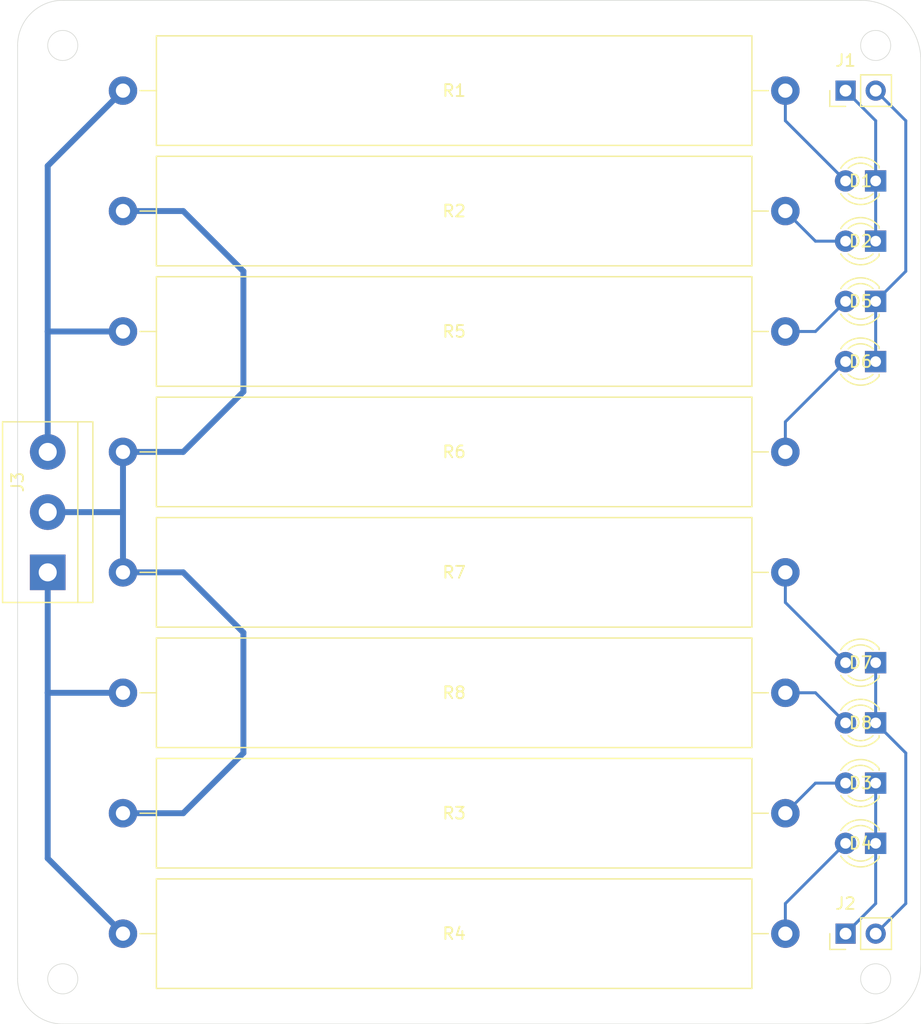
<source format=kicad_pcb>
(kicad_pcb (version 20171130) (host pcbnew "(5.1.4)-1")

  (general
    (thickness 1.6)
    (drawings 12)
    (tracks 52)
    (zones 0)
    (modules 19)
    (nets 16)
  )

  (page A4)
  (layers
    (0 F.Cu signal)
    (31 B.Cu signal)
    (32 B.Adhes user)
    (33 F.Adhes user)
    (34 B.Paste user)
    (35 F.Paste user)
    (36 B.SilkS user)
    (37 F.SilkS user)
    (38 B.Mask user)
    (39 F.Mask user)
    (40 Dwgs.User user)
    (41 Cmts.User user)
    (42 Eco1.User user)
    (43 Eco2.User user)
    (44 Edge.Cuts user)
    (45 Margin user)
    (46 B.CrtYd user)
    (47 F.CrtYd user)
    (48 B.Fab user)
    (49 F.Fab user)
  )

  (setup
    (last_trace_width 0.25)
    (user_trace_width 0.5)
    (user_trace_width 1)
    (user_trace_width 2)
    (trace_clearance 0.2)
    (zone_clearance 0.508)
    (zone_45_only no)
    (trace_min 0.2)
    (via_size 0.8)
    (via_drill 0.4)
    (via_min_size 0.4)
    (via_min_drill 0.3)
    (uvia_size 0.3)
    (uvia_drill 0.1)
    (uvias_allowed no)
    (uvia_min_size 0.2)
    (uvia_min_drill 0.1)
    (edge_width 0.05)
    (segment_width 0.2)
    (pcb_text_width 0.3)
    (pcb_text_size 1.5 1.5)
    (mod_edge_width 0.12)
    (mod_text_size 1 1)
    (mod_text_width 0.15)
    (pad_size 3 3)
    (pad_drill 1.52)
    (pad_to_mask_clearance 0.051)
    (solder_mask_min_width 0.25)
    (aux_axis_origin 0 0)
    (visible_elements 7FFFFFFF)
    (pcbplotparams
      (layerselection 0x010fc_ffffffff)
      (usegerberextensions false)
      (usegerberattributes false)
      (usegerberadvancedattributes false)
      (creategerberjobfile false)
      (excludeedgelayer true)
      (linewidth 0.100000)
      (plotframeref false)
      (viasonmask false)
      (mode 1)
      (useauxorigin false)
      (hpglpennumber 1)
      (hpglpenspeed 20)
      (hpglpendiameter 15.000000)
      (psnegative false)
      (psa4output false)
      (plotreference true)
      (plotvalue true)
      (plotinvisibletext false)
      (padsonsilk false)
      (subtractmaskfromsilk false)
      (outputformat 1)
      (mirror false)
      (drillshape 1)
      (scaleselection 1)
      (outputdirectory ""))
  )

  (net 0 "")
  (net 1 GND)
  (net 2 "Net-(D5-Pad2)")
  (net 3 "Net-(D6-Pad2)")
  (net 4 "Net-(D7-Pad2)")
  (net 5 "Net-(D8-Pad2)")
  (net 6 "Net-(D5-Pad1)")
  (net 7 "Net-(D7-Pad1)")
  (net 8 -VDC)
  (net 9 +VDC)
  (net 10 "Net-(D1-Pad2)")
  (net 11 "Net-(D1-Pad1)")
  (net 12 "Net-(D2-Pad2)")
  (net 13 "Net-(D3-Pad2)")
  (net 14 "Net-(D3-Pad1)")
  (net 15 "Net-(D4-Pad2)")

  (net_class Default "This is the default net class."
    (clearance 0.2)
    (trace_width 0.25)
    (via_dia 0.8)
    (via_drill 0.4)
    (uvia_dia 0.3)
    (uvia_drill 0.1)
    (add_net +VDC)
    (add_net -VDC)
    (add_net GND)
    (add_net "Net-(D1-Pad1)")
    (add_net "Net-(D1-Pad2)")
    (add_net "Net-(D2-Pad2)")
    (add_net "Net-(D3-Pad1)")
    (add_net "Net-(D3-Pad2)")
    (add_net "Net-(D4-Pad2)")
    (add_net "Net-(D5-Pad1)")
    (add_net "Net-(D5-Pad2)")
    (add_net "Net-(D6-Pad2)")
    (add_net "Net-(D7-Pad1)")
    (add_net "Net-(D7-Pad2)")
    (add_net "Net-(D8-Pad2)")
  )

  (module LED_THT:LED_D3.0mm_FlatTop (layer F.Cu) (tedit 5880A862) (tstamp 5DEC551B)
    (at 124.46 114.3 180)
    (descr "LED, Round, FlatTop, diameter 3.0mm, 2 pins, http://www.kingbright.com/attachments/file/psearch/000/00/00/L-47XEC(Ver.9A).pdf")
    (tags "LED Round FlatTop diameter 3.0mm 2 pins")
    (path /5DD01B39)
    (fp_text reference D8 (at 1.27 0) (layer F.SilkS)
      (effects (font (size 1 1) (thickness 0.15)))
    )
    (fp_text value LED (at 1.27 1.5) (layer F.Fab)
      (effects (font (size 1 1) (thickness 0.15)))
    )
    (fp_line (start 3.7 -2.25) (end -1.15 -2.25) (layer F.CrtYd) (width 0.05))
    (fp_line (start 3.7 2.25) (end 3.7 -2.25) (layer F.CrtYd) (width 0.05))
    (fp_line (start -1.15 2.25) (end 3.7 2.25) (layer F.CrtYd) (width 0.05))
    (fp_line (start -1.15 -2.25) (end -1.15 2.25) (layer F.CrtYd) (width 0.05))
    (fp_line (start -0.29 1.08) (end -0.29 1.236) (layer F.SilkS) (width 0.12))
    (fp_line (start -0.29 -1.236) (end -0.29 -1.08) (layer F.SilkS) (width 0.12))
    (fp_line (start -0.23 -1.16619) (end -0.23 1.16619) (layer F.Fab) (width 0.1))
    (fp_circle (center 1.27 0) (end 2.77 0) (layer F.Fab) (width 0.1))
    (fp_arc (start 1.27 0) (end 0.229039 1.08) (angle -87.9) (layer F.SilkS) (width 0.12))
    (fp_arc (start 1.27 0) (end 0.229039 -1.08) (angle 87.9) (layer F.SilkS) (width 0.12))
    (fp_arc (start 1.27 0) (end -0.29 1.235516) (angle -108.8) (layer F.SilkS) (width 0.12))
    (fp_arc (start 1.27 0) (end -0.29 -1.235516) (angle 108.8) (layer F.SilkS) (width 0.12))
    (fp_arc (start 1.27 0) (end -0.23 -1.16619) (angle 284.3) (layer F.Fab) (width 0.1))
    (pad 2 thru_hole circle (at 2.54 0 180) (size 1.8 1.8) (drill 0.9) (layers *.Cu *.Mask)
      (net 5 "Net-(D8-Pad2)"))
    (pad 1 thru_hole rect (at 0 0 180) (size 1.8 1.8) (drill 0.9) (layers *.Cu *.Mask)
      (net 7 "Net-(D7-Pad1)"))
    (model ${KISYS3DMOD}/LED_THT.3dshapes/LED_D3.0mm_FlatTop.wrl
      (at (xyz 0 0 0))
      (scale (xyz 1 1 1))
      (rotate (xyz 0 0 0))
    )
  )

  (module LED_THT:LED_D3.0mm_FlatTop (layer F.Cu) (tedit 5880A862) (tstamp 5DEC5508)
    (at 124.46 109.22 180)
    (descr "LED, Round, FlatTop, diameter 3.0mm, 2 pins, http://www.kingbright.com/attachments/file/psearch/000/00/00/L-47XEC(Ver.9A).pdf")
    (tags "LED Round FlatTop diameter 3.0mm 2 pins")
    (path /5DD01587)
    (fp_text reference D7 (at 1.27 0) (layer F.SilkS)
      (effects (font (size 1 1) (thickness 0.15)))
    )
    (fp_text value LED (at 1.27 1.5) (layer F.Fab)
      (effects (font (size 1 1) (thickness 0.15)))
    )
    (fp_arc (start 1.27 0) (end -0.23 -1.16619) (angle 284.3) (layer F.Fab) (width 0.1))
    (fp_arc (start 1.27 0) (end -0.29 -1.235516) (angle 108.8) (layer F.SilkS) (width 0.12))
    (fp_arc (start 1.27 0) (end -0.29 1.235516) (angle -108.8) (layer F.SilkS) (width 0.12))
    (fp_arc (start 1.27 0) (end 0.229039 -1.08) (angle 87.9) (layer F.SilkS) (width 0.12))
    (fp_arc (start 1.27 0) (end 0.229039 1.08) (angle -87.9) (layer F.SilkS) (width 0.12))
    (fp_circle (center 1.27 0) (end 2.77 0) (layer F.Fab) (width 0.1))
    (fp_line (start -0.23 -1.16619) (end -0.23 1.16619) (layer F.Fab) (width 0.1))
    (fp_line (start -0.29 -1.236) (end -0.29 -1.08) (layer F.SilkS) (width 0.12))
    (fp_line (start -0.29 1.08) (end -0.29 1.236) (layer F.SilkS) (width 0.12))
    (fp_line (start -1.15 -2.25) (end -1.15 2.25) (layer F.CrtYd) (width 0.05))
    (fp_line (start -1.15 2.25) (end 3.7 2.25) (layer F.CrtYd) (width 0.05))
    (fp_line (start 3.7 2.25) (end 3.7 -2.25) (layer F.CrtYd) (width 0.05))
    (fp_line (start 3.7 -2.25) (end -1.15 -2.25) (layer F.CrtYd) (width 0.05))
    (pad 1 thru_hole rect (at 0 0 180) (size 1.8 1.8) (drill 0.9) (layers *.Cu *.Mask)
      (net 7 "Net-(D7-Pad1)"))
    (pad 2 thru_hole circle (at 2.54 0 180) (size 1.8 1.8) (drill 0.9) (layers *.Cu *.Mask)
      (net 4 "Net-(D7-Pad2)"))
    (model ${KISYS3DMOD}/LED_THT.3dshapes/LED_D3.0mm_FlatTop.wrl
      (at (xyz 0 0 0))
      (scale (xyz 1 1 1))
      (rotate (xyz 0 0 0))
    )
  )

  (module LED_THT:LED_D3.0mm_FlatTop (layer F.Cu) (tedit 5880A862) (tstamp 5DEC54F5)
    (at 124.46 83.82 180)
    (descr "LED, Round, FlatTop, diameter 3.0mm, 2 pins, http://www.kingbright.com/attachments/file/psearch/000/00/00/L-47XEC(Ver.9A).pdf")
    (tags "LED Round FlatTop diameter 3.0mm 2 pins")
    (path /5DD01268)
    (fp_text reference D6 (at 1.27 0) (layer F.SilkS)
      (effects (font (size 1 1) (thickness 0.15)))
    )
    (fp_text value LED (at 1.27 1.27) (layer F.Fab)
      (effects (font (size 1 1) (thickness 0.15)))
    )
    (fp_line (start 3.7 -2.25) (end -1.15 -2.25) (layer F.CrtYd) (width 0.05))
    (fp_line (start 3.7 2.25) (end 3.7 -2.25) (layer F.CrtYd) (width 0.05))
    (fp_line (start -1.15 2.25) (end 3.7 2.25) (layer F.CrtYd) (width 0.05))
    (fp_line (start -1.15 -2.25) (end -1.15 2.25) (layer F.CrtYd) (width 0.05))
    (fp_line (start -0.29 1.08) (end -0.29 1.236) (layer F.SilkS) (width 0.12))
    (fp_line (start -0.29 -1.236) (end -0.29 -1.08) (layer F.SilkS) (width 0.12))
    (fp_line (start -0.23 -1.16619) (end -0.23 1.16619) (layer F.Fab) (width 0.1))
    (fp_circle (center 1.27 0) (end 2.77 0) (layer F.Fab) (width 0.1))
    (fp_arc (start 1.27 0) (end 0.229039 1.08) (angle -87.9) (layer F.SilkS) (width 0.12))
    (fp_arc (start 1.27 0) (end 0.229039 -1.08) (angle 87.9) (layer F.SilkS) (width 0.12))
    (fp_arc (start 1.27 0) (end -0.29 1.235516) (angle -108.8) (layer F.SilkS) (width 0.12))
    (fp_arc (start 1.27 0) (end -0.29 -1.235516) (angle 108.8) (layer F.SilkS) (width 0.12))
    (fp_arc (start 1.27 0) (end -0.23 -1.16619) (angle 284.3) (layer F.Fab) (width 0.1))
    (pad 2 thru_hole circle (at 2.54 0 180) (size 1.8 1.8) (drill 0.9) (layers *.Cu *.Mask)
      (net 3 "Net-(D6-Pad2)"))
    (pad 1 thru_hole rect (at 0 0 180) (size 1.8 1.8) (drill 0.9) (layers *.Cu *.Mask)
      (net 6 "Net-(D5-Pad1)"))
    (model ${KISYS3DMOD}/LED_THT.3dshapes/LED_D3.0mm_FlatTop.wrl
      (at (xyz 0 0 0))
      (scale (xyz 1 1 1))
      (rotate (xyz 0 0 0))
    )
  )

  (module LED_THT:LED_D3.0mm_FlatTop (layer F.Cu) (tedit 5880A862) (tstamp 5DEC54E2)
    (at 124.46 78.74 180)
    (descr "LED, Round, FlatTop, diameter 3.0mm, 2 pins, http://www.kingbright.com/attachments/file/psearch/000/00/00/L-47XEC(Ver.9A).pdf")
    (tags "LED Round FlatTop diameter 3.0mm 2 pins")
    (path /5DD00DA5)
    (fp_text reference D5 (at 1.27 0) (layer F.SilkS)
      (effects (font (size 1 1) (thickness 0.15)))
    )
    (fp_text value LED (at 1.27 1.5) (layer F.Fab)
      (effects (font (size 1 1) (thickness 0.15)))
    )
    (fp_line (start 3.7 -2.25) (end -1.15 -2.25) (layer F.CrtYd) (width 0.05))
    (fp_line (start 3.7 2.25) (end 3.7 -2.25) (layer F.CrtYd) (width 0.05))
    (fp_line (start -1.15 2.25) (end 3.7 2.25) (layer F.CrtYd) (width 0.05))
    (fp_line (start -1.15 -2.25) (end -1.15 2.25) (layer F.CrtYd) (width 0.05))
    (fp_line (start -0.29 1.08) (end -0.29 1.236) (layer F.SilkS) (width 0.12))
    (fp_line (start -0.29 -1.236) (end -0.29 -1.08) (layer F.SilkS) (width 0.12))
    (fp_line (start -0.23 -1.16619) (end -0.23 1.16619) (layer F.Fab) (width 0.1))
    (fp_circle (center 1.27 0) (end 2.77 0) (layer F.Fab) (width 0.1))
    (fp_arc (start 1.27 0) (end 0.229039 1.08) (angle -87.9) (layer F.SilkS) (width 0.12))
    (fp_arc (start 1.27 0) (end 0.229039 -1.08) (angle 87.9) (layer F.SilkS) (width 0.12))
    (fp_arc (start 1.27 0) (end -0.29 1.235516) (angle -108.8) (layer F.SilkS) (width 0.12))
    (fp_arc (start 1.27 0) (end -0.29 -1.235516) (angle 108.8) (layer F.SilkS) (width 0.12))
    (fp_arc (start 1.27 0) (end -0.23 -1.16619) (angle 284.3) (layer F.Fab) (width 0.1))
    (pad 2 thru_hole circle (at 2.54 0 180) (size 1.8 1.8) (drill 0.9) (layers *.Cu *.Mask)
      (net 2 "Net-(D5-Pad2)"))
    (pad 1 thru_hole rect (at 0 0 180) (size 1.8 1.8) (drill 0.9) (layers *.Cu *.Mask)
      (net 6 "Net-(D5-Pad1)"))
    (model ${KISYS3DMOD}/LED_THT.3dshapes/LED_D3.0mm_FlatTop.wrl
      (at (xyz 0 0 0))
      (scale (xyz 1 1 1))
      (rotate (xyz 0 0 0))
    )
  )

  (module LED_THT:LED_D3.0mm_FlatTop (layer F.Cu) (tedit 5880A862) (tstamp 5DEC54CF)
    (at 124.46 124.46 180)
    (descr "LED, Round, FlatTop, diameter 3.0mm, 2 pins, http://www.kingbright.com/attachments/file/psearch/000/00/00/L-47XEC(Ver.9A).pdf")
    (tags "LED Round FlatTop diameter 3.0mm 2 pins")
    (path /5DD00B86)
    (fp_text reference D4 (at 1.27 0) (layer F.SilkS)
      (effects (font (size 1 1) (thickness 0.15)))
    )
    (fp_text value LED (at 1.27 1.5) (layer F.Fab)
      (effects (font (size 1 1) (thickness 0.15)))
    )
    (fp_line (start 3.7 -2.25) (end -1.15 -2.25) (layer F.CrtYd) (width 0.05))
    (fp_line (start 3.7 2.25) (end 3.7 -2.25) (layer F.CrtYd) (width 0.05))
    (fp_line (start -1.15 2.25) (end 3.7 2.25) (layer F.CrtYd) (width 0.05))
    (fp_line (start -1.15 -2.25) (end -1.15 2.25) (layer F.CrtYd) (width 0.05))
    (fp_line (start -0.29 1.08) (end -0.29 1.236) (layer F.SilkS) (width 0.12))
    (fp_line (start -0.29 -1.236) (end -0.29 -1.08) (layer F.SilkS) (width 0.12))
    (fp_line (start -0.23 -1.16619) (end -0.23 1.16619) (layer F.Fab) (width 0.1))
    (fp_circle (center 1.27 0) (end 2.77 0) (layer F.Fab) (width 0.1))
    (fp_arc (start 1.27 0) (end 0.229039 1.08) (angle -87.9) (layer F.SilkS) (width 0.12))
    (fp_arc (start 1.27 0) (end 0.229039 -1.08) (angle 87.9) (layer F.SilkS) (width 0.12))
    (fp_arc (start 1.27 0) (end -0.29 1.235516) (angle -108.8) (layer F.SilkS) (width 0.12))
    (fp_arc (start 1.27 0) (end -0.29 -1.235516) (angle 108.8) (layer F.SilkS) (width 0.12))
    (fp_arc (start 1.27 0) (end -0.23 -1.16619) (angle 284.3) (layer F.Fab) (width 0.1))
    (pad 2 thru_hole circle (at 2.54 0 180) (size 1.8 1.8) (drill 0.9) (layers *.Cu *.Mask)
      (net 15 "Net-(D4-Pad2)"))
    (pad 1 thru_hole rect (at 0 0 180) (size 1.8 1.8) (drill 0.9) (layers *.Cu *.Mask)
      (net 14 "Net-(D3-Pad1)"))
    (model ${KISYS3DMOD}/LED_THT.3dshapes/LED_D3.0mm_FlatTop.wrl
      (at (xyz 0 0 0))
      (scale (xyz 1 1 1))
      (rotate (xyz 0 0 0))
    )
  )

  (module LED_THT:LED_D3.0mm_FlatTop (layer F.Cu) (tedit 5880A862) (tstamp 5DEC54BC)
    (at 124.46 119.38 180)
    (descr "LED, Round, FlatTop, diameter 3.0mm, 2 pins, http://www.kingbright.com/attachments/file/psearch/000/00/00/L-47XEC(Ver.9A).pdf")
    (tags "LED Round FlatTop diameter 3.0mm 2 pins")
    (path /5DD0097D)
    (fp_text reference D3 (at 1.27 0) (layer F.SilkS)
      (effects (font (size 1 1) (thickness 0.15)))
    )
    (fp_text value LED (at 1.27 1.5) (layer F.Fab)
      (effects (font (size 1 1) (thickness 0.15)))
    )
    (fp_line (start 3.7 -2.25) (end -1.15 -2.25) (layer F.CrtYd) (width 0.05))
    (fp_line (start 3.7 2.25) (end 3.7 -2.25) (layer F.CrtYd) (width 0.05))
    (fp_line (start -1.15 2.25) (end 3.7 2.25) (layer F.CrtYd) (width 0.05))
    (fp_line (start -1.15 -2.25) (end -1.15 2.25) (layer F.CrtYd) (width 0.05))
    (fp_line (start -0.29 1.08) (end -0.29 1.236) (layer F.SilkS) (width 0.12))
    (fp_line (start -0.29 -1.236) (end -0.29 -1.08) (layer F.SilkS) (width 0.12))
    (fp_line (start -0.23 -1.16619) (end -0.23 1.16619) (layer F.Fab) (width 0.1))
    (fp_circle (center 1.27 0) (end 2.77 0) (layer F.Fab) (width 0.1))
    (fp_arc (start 1.27 0) (end 0.229039 1.08) (angle -87.9) (layer F.SilkS) (width 0.12))
    (fp_arc (start 1.27 0) (end 0.229039 -1.08) (angle 87.9) (layer F.SilkS) (width 0.12))
    (fp_arc (start 1.27 0) (end -0.29 1.235516) (angle -108.8) (layer F.SilkS) (width 0.12))
    (fp_arc (start 1.27 0) (end -0.29 -1.235516) (angle 108.8) (layer F.SilkS) (width 0.12))
    (fp_arc (start 1.27 0) (end -0.23 -1.16619) (angle 284.3) (layer F.Fab) (width 0.1))
    (pad 2 thru_hole circle (at 2.54 0 180) (size 1.8 1.8) (drill 0.9) (layers *.Cu *.Mask)
      (net 13 "Net-(D3-Pad2)"))
    (pad 1 thru_hole rect (at 0 0 180) (size 1.8 1.8) (drill 0.9) (layers *.Cu *.Mask)
      (net 14 "Net-(D3-Pad1)"))
    (model ${KISYS3DMOD}/LED_THT.3dshapes/LED_D3.0mm_FlatTop.wrl
      (at (xyz 0 0 0))
      (scale (xyz 1 1 1))
      (rotate (xyz 0 0 0))
    )
  )

  (module LED_THT:LED_D3.0mm_FlatTop (layer F.Cu) (tedit 5880A862) (tstamp 5DEC54A9)
    (at 124.46 73.66 180)
    (descr "LED, Round, FlatTop, diameter 3.0mm, 2 pins, http://www.kingbright.com/attachments/file/psearch/000/00/00/L-47XEC(Ver.9A).pdf")
    (tags "LED Round FlatTop diameter 3.0mm 2 pins")
    (path /5DD00467)
    (fp_text reference D2 (at 1.27 0) (layer F.SilkS)
      (effects (font (size 1 1) (thickness 0.15)))
    )
    (fp_text value LED (at 1.27 1.5) (layer F.Fab)
      (effects (font (size 1 1) (thickness 0.15)))
    )
    (fp_line (start 3.7 -2.25) (end -1.15 -2.25) (layer F.CrtYd) (width 0.05))
    (fp_line (start 3.7 2.25) (end 3.7 -2.25) (layer F.CrtYd) (width 0.05))
    (fp_line (start -1.15 2.25) (end 3.7 2.25) (layer F.CrtYd) (width 0.05))
    (fp_line (start -1.15 -2.25) (end -1.15 2.25) (layer F.CrtYd) (width 0.05))
    (fp_line (start -0.29 1.08) (end -0.29 1.236) (layer F.SilkS) (width 0.12))
    (fp_line (start -0.29 -1.236) (end -0.29 -1.08) (layer F.SilkS) (width 0.12))
    (fp_line (start -0.23 -1.16619) (end -0.23 1.16619) (layer F.Fab) (width 0.1))
    (fp_circle (center 1.27 0) (end 2.77 0) (layer F.Fab) (width 0.1))
    (fp_arc (start 1.27 0) (end 0.229039 1.08) (angle -87.9) (layer F.SilkS) (width 0.12))
    (fp_arc (start 1.27 0) (end 0.229039 -1.08) (angle 87.9) (layer F.SilkS) (width 0.12))
    (fp_arc (start 1.27 0) (end -0.29 1.235516) (angle -108.8) (layer F.SilkS) (width 0.12))
    (fp_arc (start 1.27 0) (end -0.29 -1.235516) (angle 108.8) (layer F.SilkS) (width 0.12))
    (fp_arc (start 1.27 0) (end -0.23 -1.16619) (angle 284.3) (layer F.Fab) (width 0.1))
    (pad 2 thru_hole circle (at 2.54 0 180) (size 1.8 1.8) (drill 0.9) (layers *.Cu *.Mask)
      (net 12 "Net-(D2-Pad2)"))
    (pad 1 thru_hole rect (at 0 0 180) (size 1.8 1.8) (drill 0.9) (layers *.Cu *.Mask)
      (net 11 "Net-(D1-Pad1)"))
    (model ${KISYS3DMOD}/LED_THT.3dshapes/LED_D3.0mm_FlatTop.wrl
      (at (xyz 0 0 0))
      (scale (xyz 1 1 1))
      (rotate (xyz 0 0 0))
    )
  )

  (module LED_THT:LED_D3.0mm_FlatTop (layer F.Cu) (tedit 5880A862) (tstamp 5DEC5496)
    (at 124.46 68.58 180)
    (descr "LED, Round, FlatTop, diameter 3.0mm, 2 pins, http://www.kingbright.com/attachments/file/psearch/000/00/00/L-47XEC(Ver.9A).pdf")
    (tags "LED Round FlatTop diameter 3.0mm 2 pins")
    (path /5DCFD755)
    (fp_text reference D1 (at 1.27 0) (layer F.SilkS)
      (effects (font (size 1 1) (thickness 0.15)))
    )
    (fp_text value LED (at 1.27 1.5) (layer F.Fab)
      (effects (font (size 1 1) (thickness 0.15)))
    )
    (fp_line (start 3.7 -2.25) (end -1.15 -2.25) (layer F.CrtYd) (width 0.05))
    (fp_line (start 3.7 2.25) (end 3.7 -2.25) (layer F.CrtYd) (width 0.05))
    (fp_line (start -1.15 2.25) (end 3.7 2.25) (layer F.CrtYd) (width 0.05))
    (fp_line (start -1.15 -2.25) (end -1.15 2.25) (layer F.CrtYd) (width 0.05))
    (fp_line (start -0.29 1.08) (end -0.29 1.236) (layer F.SilkS) (width 0.12))
    (fp_line (start -0.29 -1.236) (end -0.29 -1.08) (layer F.SilkS) (width 0.12))
    (fp_line (start -0.23 -1.16619) (end -0.23 1.16619) (layer F.Fab) (width 0.1))
    (fp_circle (center 1.27 0) (end 2.77 0) (layer F.Fab) (width 0.1))
    (fp_arc (start 1.27 0) (end 0.229039 1.08) (angle -87.9) (layer F.SilkS) (width 0.12))
    (fp_arc (start 1.27 0) (end 0.229039 -1.08) (angle 87.9) (layer F.SilkS) (width 0.12))
    (fp_arc (start 1.27 0) (end -0.29 1.235516) (angle -108.8) (layer F.SilkS) (width 0.12))
    (fp_arc (start 1.27 0) (end -0.29 -1.235516) (angle 108.8) (layer F.SilkS) (width 0.12))
    (fp_arc (start 1.27 0) (end -0.23 -1.16619) (angle 284.3) (layer F.Fab) (width 0.1))
    (pad 2 thru_hole circle (at 2.54 0 180) (size 1.8 1.8) (drill 0.9) (layers *.Cu *.Mask)
      (net 10 "Net-(D1-Pad2)"))
    (pad 1 thru_hole rect (at 0 0 180) (size 1.8 1.8) (drill 0.9) (layers *.Cu *.Mask)
      (net 11 "Net-(D1-Pad1)"))
    (model ${KISYS3DMOD}/LED_THT.3dshapes/LED_D3.0mm_FlatTop.wrl
      (at (xyz 0 0 0))
      (scale (xyz 1 1 1))
      (rotate (xyz 0 0 0))
    )
  )

  (module Connector_PinHeader_2.54mm:PinHeader_1x02_P2.54mm_Vertical (layer F.Cu) (tedit 59FED5CC) (tstamp 5DDBA235)
    (at 121.92 60.96 90)
    (descr "Through hole straight pin header, 1x02, 2.54mm pitch, single row")
    (tags "Through hole pin header THT 1x02 2.54mm single row")
    (path /5DDEE47B)
    (fp_text reference J1 (at 2.54 0 180) (layer F.SilkS)
      (effects (font (size 1 1) (thickness 0.15)))
    )
    (fp_text value "Signal 1/3" (at -2.54 1.27 180) (layer F.Fab)
      (effects (font (size 1 1) (thickness 0.15)))
    )
    (fp_text user %R (at 0 1.27) (layer F.Fab)
      (effects (font (size 1 1) (thickness 0.15)))
    )
    (fp_line (start 1.8 -1.8) (end -1.8 -1.8) (layer F.CrtYd) (width 0.05))
    (fp_line (start 1.8 4.35) (end 1.8 -1.8) (layer F.CrtYd) (width 0.05))
    (fp_line (start -1.8 4.35) (end 1.8 4.35) (layer F.CrtYd) (width 0.05))
    (fp_line (start -1.8 -1.8) (end -1.8 4.35) (layer F.CrtYd) (width 0.05))
    (fp_line (start -1.33 -1.33) (end 0 -1.33) (layer F.SilkS) (width 0.12))
    (fp_line (start -1.33 0) (end -1.33 -1.33) (layer F.SilkS) (width 0.12))
    (fp_line (start -1.33 1.27) (end 1.33 1.27) (layer F.SilkS) (width 0.12))
    (fp_line (start 1.33 1.27) (end 1.33 3.87) (layer F.SilkS) (width 0.12))
    (fp_line (start -1.33 1.27) (end -1.33 3.87) (layer F.SilkS) (width 0.12))
    (fp_line (start -1.33 3.87) (end 1.33 3.87) (layer F.SilkS) (width 0.12))
    (fp_line (start -1.27 -0.635) (end -0.635 -1.27) (layer F.Fab) (width 0.1))
    (fp_line (start -1.27 3.81) (end -1.27 -0.635) (layer F.Fab) (width 0.1))
    (fp_line (start 1.27 3.81) (end -1.27 3.81) (layer F.Fab) (width 0.1))
    (fp_line (start 1.27 -1.27) (end 1.27 3.81) (layer F.Fab) (width 0.1))
    (fp_line (start -0.635 -1.27) (end 1.27 -1.27) (layer F.Fab) (width 0.1))
    (pad 2 thru_hole oval (at 0 2.54 90) (size 1.7 1.7) (drill 1) (layers *.Cu *.Mask)
      (net 6 "Net-(D5-Pad1)"))
    (pad 1 thru_hole rect (at 0 0 90) (size 1.7 1.7) (drill 1) (layers *.Cu *.Mask)
      (net 11 "Net-(D1-Pad1)"))
    (model ${KISYS3DMOD}/Connector_PinHeader_2.54mm.3dshapes/PinHeader_1x02_P2.54mm_Vertical.wrl
      (at (xyz 0 0 0))
      (scale (xyz 1 1 1))
      (rotate (xyz 0 0 0))
    )
  )

  (module Resistor_THT:R_Axial_Power_L50.0mm_W9.0mm_P55.88mm (layer F.Cu) (tedit 5AE5139B) (tstamp 5DD08D6F)
    (at 116.84 111.76 180)
    (descr "Resistor, Axial_Power series, Box, pin pitch=55.88mm, 11W, length*width*height=50*9*9mm^3, http://cdn-reichelt.de/documents/datenblatt/B400/5WAXIAL_9WAXIAL_11WAXIAL_17WAXIAL%23YAG.pdf")
    (tags "Resistor Axial_Power series Box pin pitch 55.88mm 11W length 50mm width 9mm height 9mm")
    (path /5DD000D2)
    (fp_text reference R8 (at 27.94 0) (layer F.SilkS)
      (effects (font (size 1 1) (thickness 0.15)))
    )
    (fp_text value 20K (at 27.94 -2.54) (layer F.Fab)
      (effects (font (size 1 1) (thickness 0.15)))
    )
    (fp_line (start 2.94 -4.5) (end 2.94 4.5) (layer F.Fab) (width 0.1))
    (fp_line (start 2.94 4.5) (end 52.94 4.5) (layer F.Fab) (width 0.1))
    (fp_line (start 52.94 4.5) (end 52.94 -4.5) (layer F.Fab) (width 0.1))
    (fp_line (start 52.94 -4.5) (end 2.94 -4.5) (layer F.Fab) (width 0.1))
    (fp_line (start 0 0) (end 2.94 0) (layer F.Fab) (width 0.1))
    (fp_line (start 55.88 0) (end 52.94 0) (layer F.Fab) (width 0.1))
    (fp_line (start 2.82 -4.62) (end 2.82 4.62) (layer F.SilkS) (width 0.12))
    (fp_line (start 2.82 4.62) (end 53.06 4.62) (layer F.SilkS) (width 0.12))
    (fp_line (start 53.06 4.62) (end 53.06 -4.62) (layer F.SilkS) (width 0.12))
    (fp_line (start 53.06 -4.62) (end 2.82 -4.62) (layer F.SilkS) (width 0.12))
    (fp_line (start 1.44 0) (end 2.82 0) (layer F.SilkS) (width 0.12))
    (fp_line (start 54.44 0) (end 53.06 0) (layer F.SilkS) (width 0.12))
    (fp_line (start -1.45 -4.75) (end -1.45 4.75) (layer F.CrtYd) (width 0.05))
    (fp_line (start -1.45 4.75) (end 57.33 4.75) (layer F.CrtYd) (width 0.05))
    (fp_line (start 57.33 4.75) (end 57.33 -4.75) (layer F.CrtYd) (width 0.05))
    (fp_line (start 57.33 -4.75) (end -1.45 -4.75) (layer F.CrtYd) (width 0.05))
    (fp_text user %R (at 27.94 0) (layer F.Fab)
      (effects (font (size 1 1) (thickness 0.15)))
    )
    (pad 1 thru_hole circle (at 0 0 180) (size 2.4 2.4) (drill 1.2) (layers *.Cu *.Mask)
      (net 5 "Net-(D8-Pad2)"))
    (pad 2 thru_hole oval (at 55.88 0 180) (size 2.4 2.4) (drill 1.2) (layers *.Cu *.Mask)
      (net 8 -VDC))
    (model ${KISYS3DMOD}/Resistor_THT.3dshapes/R_Axial_Power_L50.0mm_W9.0mm_P55.88mm.wrl
      (at (xyz 0 0 0))
      (scale (xyz 1 1 1))
      (rotate (xyz 0 0 0))
    )
  )

  (module TerminalBlock:TerminalBlock_bornier-3_P5.08mm (layer F.Cu) (tedit 59FF03B9) (tstamp 5DDBA979)
    (at 54.61 101.6 90)
    (descr "simple 3-pin terminal block, pitch 5.08mm, revamped version of bornier3")
    (tags "terminal block bornier3")
    (path /5DDF66ED)
    (fp_text reference J3 (at 7.62 -2.54 90) (layer F.SilkS)
      (effects (font (size 1 1) (thickness 0.15)))
    )
    (fp_text value Power (at 2.54 -2.54 270) (layer F.Fab)
      (effects (font (size 1 1) (thickness 0.15)))
    )
    (fp_line (start 12.88 4) (end -2.72 4) (layer F.CrtYd) (width 0.05))
    (fp_line (start 12.88 4) (end 12.88 -4) (layer F.CrtYd) (width 0.05))
    (fp_line (start -2.72 -4) (end -2.72 4) (layer F.CrtYd) (width 0.05))
    (fp_line (start -2.72 -4) (end 12.88 -4) (layer F.CrtYd) (width 0.05))
    (fp_line (start -2.54 3.81) (end 12.7 3.81) (layer F.SilkS) (width 0.12))
    (fp_line (start -2.54 -3.81) (end 12.7 -3.81) (layer F.SilkS) (width 0.12))
    (fp_line (start -2.54 2.54) (end 12.7 2.54) (layer F.SilkS) (width 0.12))
    (fp_line (start 12.7 3.81) (end 12.7 -3.81) (layer F.SilkS) (width 0.12))
    (fp_line (start -2.54 3.81) (end -2.54 -3.81) (layer F.SilkS) (width 0.12))
    (fp_line (start -2.47 3.75) (end -2.47 -3.75) (layer F.Fab) (width 0.1))
    (fp_line (start 12.63 3.75) (end -2.47 3.75) (layer F.Fab) (width 0.1))
    (fp_line (start 12.63 -3.75) (end 12.63 3.75) (layer F.Fab) (width 0.1))
    (fp_line (start -2.47 -3.75) (end 12.63 -3.75) (layer F.Fab) (width 0.1))
    (fp_line (start -2.47 2.55) (end 12.63 2.55) (layer F.Fab) (width 0.1))
    (fp_text user %R (at 5.08 0 90) (layer F.Fab)
      (effects (font (size 1 1) (thickness 0.15)))
    )
    (pad 3 thru_hole circle (at 10.16 0 90) (size 3 3) (drill 1.52) (layers *.Cu *.Mask)
      (net 9 +VDC))
    (pad 2 thru_hole circle (at 5.08 0 90) (size 3 3) (drill 1.52) (layers *.Cu *.Mask)
      (net 1 GND))
    (pad 1 thru_hole rect (at 0 0 90) (size 3 3) (drill 1.52) (layers *.Cu *.Mask)
      (net 8 -VDC))
    (model ${KISYS3DMOD}/TerminalBlock.3dshapes/TerminalBlock_bornier-3_P5.08mm.wrl
      (offset (xyz 5.079999923706055 0 0))
      (scale (xyz 1 1 1))
      (rotate (xyz 0 0 0))
    )
  )

  (module Connector_PinHeader_2.54mm:PinHeader_1x02_P2.54mm_Vertical (layer F.Cu) (tedit 59FED5CC) (tstamp 5DDBA24B)
    (at 121.92 132.08 90)
    (descr "Through hole straight pin header, 1x02, 2.54mm pitch, single row")
    (tags "Through hole pin header THT 1x02 2.54mm single row")
    (path /5DDF2153)
    (fp_text reference J2 (at 2.54 0 180) (layer F.SilkS)
      (effects (font (size 1 1) (thickness 0.15)))
    )
    (fp_text value "Signal 2/4" (at -2.54 1.27 180) (layer F.Fab)
      (effects (font (size 1 1) (thickness 0.15)))
    )
    (fp_text user %R (at 0 1.27) (layer F.Fab)
      (effects (font (size 1 1) (thickness 0.15)))
    )
    (fp_line (start 1.8 -1.8) (end -1.8 -1.8) (layer F.CrtYd) (width 0.05))
    (fp_line (start 1.8 4.35) (end 1.8 -1.8) (layer F.CrtYd) (width 0.05))
    (fp_line (start -1.8 4.35) (end 1.8 4.35) (layer F.CrtYd) (width 0.05))
    (fp_line (start -1.8 -1.8) (end -1.8 4.35) (layer F.CrtYd) (width 0.05))
    (fp_line (start -1.33 -1.33) (end 0 -1.33) (layer F.SilkS) (width 0.12))
    (fp_line (start -1.33 0) (end -1.33 -1.33) (layer F.SilkS) (width 0.12))
    (fp_line (start -1.33 1.27) (end 1.33 1.27) (layer F.SilkS) (width 0.12))
    (fp_line (start 1.33 1.27) (end 1.33 3.87) (layer F.SilkS) (width 0.12))
    (fp_line (start -1.33 1.27) (end -1.33 3.87) (layer F.SilkS) (width 0.12))
    (fp_line (start -1.33 3.87) (end 1.33 3.87) (layer F.SilkS) (width 0.12))
    (fp_line (start -1.27 -0.635) (end -0.635 -1.27) (layer F.Fab) (width 0.1))
    (fp_line (start -1.27 3.81) (end -1.27 -0.635) (layer F.Fab) (width 0.1))
    (fp_line (start 1.27 3.81) (end -1.27 3.81) (layer F.Fab) (width 0.1))
    (fp_line (start 1.27 -1.27) (end 1.27 3.81) (layer F.Fab) (width 0.1))
    (fp_line (start -0.635 -1.27) (end 1.27 -1.27) (layer F.Fab) (width 0.1))
    (pad 2 thru_hole oval (at 0 2.54 90) (size 1.7 1.7) (drill 1) (layers *.Cu *.Mask)
      (net 7 "Net-(D7-Pad1)"))
    (pad 1 thru_hole rect (at 0 0 90) (size 1.7 1.7) (drill 1) (layers *.Cu *.Mask)
      (net 14 "Net-(D3-Pad1)"))
    (model ${KISYS3DMOD}/Connector_PinHeader_2.54mm.3dshapes/PinHeader_1x02_P2.54mm_Vertical.wrl
      (at (xyz 0 0 0))
      (scale (xyz 1 1 1))
      (rotate (xyz 0 0 0))
    )
  )

  (module Resistor_THT:R_Axial_Power_L50.0mm_W9.0mm_P55.88mm (layer F.Cu) (tedit 5AE5139B) (tstamp 5DD08D41)
    (at 116.84 91.44 180)
    (descr "Resistor, Axial_Power series, Box, pin pitch=55.88mm, 11W, length*width*height=50*9*9mm^3, http://cdn-reichelt.de/documents/datenblatt/B400/5WAXIAL_9WAXIAL_11WAXIAL_17WAXIAL%23YAG.pdf")
    (tags "Resistor Axial_Power series Box pin pitch 55.88mm 11W length 50mm width 9mm height 9mm")
    (path /5DCFF906)
    (fp_text reference R6 (at 27.94 0) (layer F.SilkS)
      (effects (font (size 1 1) (thickness 0.15)))
    )
    (fp_text value 20K (at 27.94 -2.54) (layer F.Fab)
      (effects (font (size 1 1) (thickness 0.15)))
    )
    (fp_line (start 2.94 -4.5) (end 2.94 4.5) (layer F.Fab) (width 0.1))
    (fp_line (start 2.94 4.5) (end 52.94 4.5) (layer F.Fab) (width 0.1))
    (fp_line (start 52.94 4.5) (end 52.94 -4.5) (layer F.Fab) (width 0.1))
    (fp_line (start 52.94 -4.5) (end 2.94 -4.5) (layer F.Fab) (width 0.1))
    (fp_line (start 0 0) (end 2.94 0) (layer F.Fab) (width 0.1))
    (fp_line (start 55.88 0) (end 52.94 0) (layer F.Fab) (width 0.1))
    (fp_line (start 2.82 -4.62) (end 2.82 4.62) (layer F.SilkS) (width 0.12))
    (fp_line (start 2.82 4.62) (end 53.06 4.62) (layer F.SilkS) (width 0.12))
    (fp_line (start 53.06 4.62) (end 53.06 -4.62) (layer F.SilkS) (width 0.12))
    (fp_line (start 53.06 -4.62) (end 2.82 -4.62) (layer F.SilkS) (width 0.12))
    (fp_line (start 1.44 0) (end 2.82 0) (layer F.SilkS) (width 0.12))
    (fp_line (start 54.44 0) (end 53.06 0) (layer F.SilkS) (width 0.12))
    (fp_line (start -1.45 -4.75) (end -1.45 4.75) (layer F.CrtYd) (width 0.05))
    (fp_line (start -1.45 4.75) (end 57.33 4.75) (layer F.CrtYd) (width 0.05))
    (fp_line (start 57.33 4.75) (end 57.33 -4.75) (layer F.CrtYd) (width 0.05))
    (fp_line (start 57.33 -4.75) (end -1.45 -4.75) (layer F.CrtYd) (width 0.05))
    (fp_text user %R (at 27.94 0) (layer F.Fab)
      (effects (font (size 1 1) (thickness 0.15)))
    )
    (pad 1 thru_hole circle (at 0 0 180) (size 2.4 2.4) (drill 1.2) (layers *.Cu *.Mask)
      (net 3 "Net-(D6-Pad2)"))
    (pad 2 thru_hole oval (at 55.88 0 180) (size 2.4 2.4) (drill 1.2) (layers *.Cu *.Mask)
      (net 1 GND))
    (model ${KISYS3DMOD}/Resistor_THT.3dshapes/R_Axial_Power_L50.0mm_W9.0mm_P55.88mm.wrl
      (at (xyz 0 0 0))
      (scale (xyz 1 1 1))
      (rotate (xyz 0 0 0))
    )
  )

  (module Resistor_THT:R_Axial_Power_L50.0mm_W9.0mm_P55.88mm (layer F.Cu) (tedit 5AE5139B) (tstamp 5DD08D2A)
    (at 60.96 81.28)
    (descr "Resistor, Axial_Power series, Box, pin pitch=55.88mm, 11W, length*width*height=50*9*9mm^3, http://cdn-reichelt.de/documents/datenblatt/B400/5WAXIAL_9WAXIAL_11WAXIAL_17WAXIAL%23YAG.pdf")
    (tags "Resistor Axial_Power series Box pin pitch 55.88mm 11W length 50mm width 9mm height 9mm")
    (path /5DCFF0E0)
    (fp_text reference R5 (at 27.94 0) (layer F.SilkS)
      (effects (font (size 1 1) (thickness 0.15)))
    )
    (fp_text value 20K (at 27.94 2.54) (layer F.Fab)
      (effects (font (size 1 1) (thickness 0.15)))
    )
    (fp_line (start 2.94 -4.5) (end 2.94 4.5) (layer F.Fab) (width 0.1))
    (fp_line (start 2.94 4.5) (end 52.94 4.5) (layer F.Fab) (width 0.1))
    (fp_line (start 52.94 4.5) (end 52.94 -4.5) (layer F.Fab) (width 0.1))
    (fp_line (start 52.94 -4.5) (end 2.94 -4.5) (layer F.Fab) (width 0.1))
    (fp_line (start 0 0) (end 2.94 0) (layer F.Fab) (width 0.1))
    (fp_line (start 55.88 0) (end 52.94 0) (layer F.Fab) (width 0.1))
    (fp_line (start 2.82 -4.62) (end 2.82 4.62) (layer F.SilkS) (width 0.12))
    (fp_line (start 2.82 4.62) (end 53.06 4.62) (layer F.SilkS) (width 0.12))
    (fp_line (start 53.06 4.62) (end 53.06 -4.62) (layer F.SilkS) (width 0.12))
    (fp_line (start 53.06 -4.62) (end 2.82 -4.62) (layer F.SilkS) (width 0.12))
    (fp_line (start 1.44 0) (end 2.82 0) (layer F.SilkS) (width 0.12))
    (fp_line (start 54.44 0) (end 53.06 0) (layer F.SilkS) (width 0.12))
    (fp_line (start -1.45 -4.75) (end -1.45 4.75) (layer F.CrtYd) (width 0.05))
    (fp_line (start -1.45 4.75) (end 57.33 4.75) (layer F.CrtYd) (width 0.05))
    (fp_line (start 57.33 4.75) (end 57.33 -4.75) (layer F.CrtYd) (width 0.05))
    (fp_line (start 57.33 -4.75) (end -1.45 -4.75) (layer F.CrtYd) (width 0.05))
    (fp_text user %R (at 27.94 0) (layer F.Fab)
      (effects (font (size 1 1) (thickness 0.15)))
    )
    (pad 1 thru_hole circle (at 0 0) (size 2.4 2.4) (drill 1.2) (layers *.Cu *.Mask)
      (net 9 +VDC))
    (pad 2 thru_hole oval (at 55.88 0) (size 2.4 2.4) (drill 1.2) (layers *.Cu *.Mask)
      (net 2 "Net-(D5-Pad2)"))
    (model ${KISYS3DMOD}/Resistor_THT.3dshapes/R_Axial_Power_L50.0mm_W9.0mm_P55.88mm.wrl
      (at (xyz 0 0 0))
      (scale (xyz 1 1 1))
      (rotate (xyz 0 0 0))
    )
  )

  (module Resistor_THT:R_Axial_Power_L50.0mm_W9.0mm_P55.88mm (layer F.Cu) (tedit 5AE5139B) (tstamp 5DD08D58)
    (at 60.96 101.6)
    (descr "Resistor, Axial_Power series, Box, pin pitch=55.88mm, 11W, length*width*height=50*9*9mm^3, http://cdn-reichelt.de/documents/datenblatt/B400/5WAXIAL_9WAXIAL_11WAXIAL_17WAXIAL%23YAG.pdf")
    (tags "Resistor Axial_Power series Box pin pitch 55.88mm 11W length 50mm width 9mm height 9mm")
    (path /5DCFFBA1)
    (fp_text reference R7 (at 27.94 0) (layer F.SilkS)
      (effects (font (size 1 1) (thickness 0.15)))
    )
    (fp_text value 20K (at 27.94 2.54) (layer F.Fab)
      (effects (font (size 1 1) (thickness 0.15)))
    )
    (fp_line (start 2.94 -4.5) (end 2.94 4.5) (layer F.Fab) (width 0.1))
    (fp_line (start 2.94 4.5) (end 52.94 4.5) (layer F.Fab) (width 0.1))
    (fp_line (start 52.94 4.5) (end 52.94 -4.5) (layer F.Fab) (width 0.1))
    (fp_line (start 52.94 -4.5) (end 2.94 -4.5) (layer F.Fab) (width 0.1))
    (fp_line (start 0 0) (end 2.94 0) (layer F.Fab) (width 0.1))
    (fp_line (start 55.88 0) (end 52.94 0) (layer F.Fab) (width 0.1))
    (fp_line (start 2.82 -4.62) (end 2.82 4.62) (layer F.SilkS) (width 0.12))
    (fp_line (start 2.82 4.62) (end 53.06 4.62) (layer F.SilkS) (width 0.12))
    (fp_line (start 53.06 4.62) (end 53.06 -4.62) (layer F.SilkS) (width 0.12))
    (fp_line (start 53.06 -4.62) (end 2.82 -4.62) (layer F.SilkS) (width 0.12))
    (fp_line (start 1.44 0) (end 2.82 0) (layer F.SilkS) (width 0.12))
    (fp_line (start 54.44 0) (end 53.06 0) (layer F.SilkS) (width 0.12))
    (fp_line (start -1.45 -4.75) (end -1.45 4.75) (layer F.CrtYd) (width 0.05))
    (fp_line (start -1.45 4.75) (end 57.33 4.75) (layer F.CrtYd) (width 0.05))
    (fp_line (start 57.33 4.75) (end 57.33 -4.75) (layer F.CrtYd) (width 0.05))
    (fp_line (start 57.33 -4.75) (end -1.45 -4.75) (layer F.CrtYd) (width 0.05))
    (fp_text user %R (at 27.94 0) (layer F.Fab)
      (effects (font (size 1 1) (thickness 0.15)))
    )
    (pad 1 thru_hole circle (at 0 0) (size 2.4 2.4) (drill 1.2) (layers *.Cu *.Mask)
      (net 1 GND))
    (pad 2 thru_hole oval (at 55.88 0) (size 2.4 2.4) (drill 1.2) (layers *.Cu *.Mask)
      (net 4 "Net-(D7-Pad2)"))
    (model ${KISYS3DMOD}/Resistor_THT.3dshapes/R_Axial_Power_L50.0mm_W9.0mm_P55.88mm.wrl
      (at (xyz 0 0 0))
      (scale (xyz 1 1 1))
      (rotate (xyz 0 0 0))
    )
  )

  (module Resistor_THT:R_Axial_Power_L50.0mm_W9.0mm_P55.88mm (layer F.Cu) (tedit 5AE5139B) (tstamp 5DD08CE5)
    (at 116.84 71.12 180)
    (descr "Resistor, Axial_Power series, Box, pin pitch=55.88mm, 11W, length*width*height=50*9*9mm^3, http://cdn-reichelt.de/documents/datenblatt/B400/5WAXIAL_9WAXIAL_11WAXIAL_17WAXIAL%23YAG.pdf")
    (tags "Resistor Axial_Power series Box pin pitch 55.88mm 11W length 50mm width 9mm height 9mm")
    (path /5DCFECC7)
    (fp_text reference R2 (at 27.94 0) (layer F.SilkS)
      (effects (font (size 1 1) (thickness 0.15)))
    )
    (fp_text value 20K (at 27.94 -2.54) (layer F.Fab)
      (effects (font (size 1 1) (thickness 0.15)))
    )
    (fp_text user %R (at 27.94 0) (layer F.Fab)
      (effects (font (size 1 1) (thickness 0.15)))
    )
    (fp_line (start 57.33 -4.75) (end -1.45 -4.75) (layer F.CrtYd) (width 0.05))
    (fp_line (start 57.33 4.75) (end 57.33 -4.75) (layer F.CrtYd) (width 0.05))
    (fp_line (start -1.45 4.75) (end 57.33 4.75) (layer F.CrtYd) (width 0.05))
    (fp_line (start -1.45 -4.75) (end -1.45 4.75) (layer F.CrtYd) (width 0.05))
    (fp_line (start 54.44 0) (end 53.06 0) (layer F.SilkS) (width 0.12))
    (fp_line (start 1.44 0) (end 2.82 0) (layer F.SilkS) (width 0.12))
    (fp_line (start 53.06 -4.62) (end 2.82 -4.62) (layer F.SilkS) (width 0.12))
    (fp_line (start 53.06 4.62) (end 53.06 -4.62) (layer F.SilkS) (width 0.12))
    (fp_line (start 2.82 4.62) (end 53.06 4.62) (layer F.SilkS) (width 0.12))
    (fp_line (start 2.82 -4.62) (end 2.82 4.62) (layer F.SilkS) (width 0.12))
    (fp_line (start 55.88 0) (end 52.94 0) (layer F.Fab) (width 0.1))
    (fp_line (start 0 0) (end 2.94 0) (layer F.Fab) (width 0.1))
    (fp_line (start 52.94 -4.5) (end 2.94 -4.5) (layer F.Fab) (width 0.1))
    (fp_line (start 52.94 4.5) (end 52.94 -4.5) (layer F.Fab) (width 0.1))
    (fp_line (start 2.94 4.5) (end 52.94 4.5) (layer F.Fab) (width 0.1))
    (fp_line (start 2.94 -4.5) (end 2.94 4.5) (layer F.Fab) (width 0.1))
    (pad 2 thru_hole oval (at 55.88 0 180) (size 2.4 2.4) (drill 1.2) (layers *.Cu *.Mask)
      (net 1 GND))
    (pad 1 thru_hole circle (at 0 0 180) (size 2.4 2.4) (drill 1.2) (layers *.Cu *.Mask)
      (net 12 "Net-(D2-Pad2)"))
    (model ${KISYS3DMOD}/Resistor_THT.3dshapes/R_Axial_Power_L50.0mm_W9.0mm_P55.88mm.wrl
      (at (xyz 0 0 0))
      (scale (xyz 1 1 1))
      (rotate (xyz 0 0 0))
    )
  )

  (module Resistor_THT:R_Axial_Power_L50.0mm_W9.0mm_P55.88mm (layer F.Cu) (tedit 5AE5139B) (tstamp 5DD08D13)
    (at 116.84 132.08 180)
    (descr "Resistor, Axial_Power series, Box, pin pitch=55.88mm, 11W, length*width*height=50*9*9mm^3, http://cdn-reichelt.de/documents/datenblatt/B400/5WAXIAL_9WAXIAL_11WAXIAL_17WAXIAL%23YAG.pdf")
    (tags "Resistor Axial_Power series Box pin pitch 55.88mm 11W length 50mm width 9mm height 9mm")
    (path /5DCFF66D)
    (fp_text reference R4 (at 27.94 0) (layer F.SilkS)
      (effects (font (size 1 1) (thickness 0.15)))
    )
    (fp_text value 20K (at 27.94 -2.54) (layer F.Fab)
      (effects (font (size 1 1) (thickness 0.15)))
    )
    (fp_text user %R (at 27.94 0) (layer F.Fab)
      (effects (font (size 1 1) (thickness 0.15)))
    )
    (fp_line (start 57.33 -4.75) (end -1.45 -4.75) (layer F.CrtYd) (width 0.05))
    (fp_line (start 57.33 4.75) (end 57.33 -4.75) (layer F.CrtYd) (width 0.05))
    (fp_line (start -1.45 4.75) (end 57.33 4.75) (layer F.CrtYd) (width 0.05))
    (fp_line (start -1.45 -4.75) (end -1.45 4.75) (layer F.CrtYd) (width 0.05))
    (fp_line (start 54.44 0) (end 53.06 0) (layer F.SilkS) (width 0.12))
    (fp_line (start 1.44 0) (end 2.82 0) (layer F.SilkS) (width 0.12))
    (fp_line (start 53.06 -4.62) (end 2.82 -4.62) (layer F.SilkS) (width 0.12))
    (fp_line (start 53.06 4.62) (end 53.06 -4.62) (layer F.SilkS) (width 0.12))
    (fp_line (start 2.82 4.62) (end 53.06 4.62) (layer F.SilkS) (width 0.12))
    (fp_line (start 2.82 -4.62) (end 2.82 4.62) (layer F.SilkS) (width 0.12))
    (fp_line (start 55.88 0) (end 52.94 0) (layer F.Fab) (width 0.1))
    (fp_line (start 0 0) (end 2.94 0) (layer F.Fab) (width 0.1))
    (fp_line (start 52.94 -4.5) (end 2.94 -4.5) (layer F.Fab) (width 0.1))
    (fp_line (start 52.94 4.5) (end 52.94 -4.5) (layer F.Fab) (width 0.1))
    (fp_line (start 2.94 4.5) (end 52.94 4.5) (layer F.Fab) (width 0.1))
    (fp_line (start 2.94 -4.5) (end 2.94 4.5) (layer F.Fab) (width 0.1))
    (pad 2 thru_hole oval (at 55.88 0 180) (size 2.4 2.4) (drill 1.2) (layers *.Cu *.Mask)
      (net 8 -VDC))
    (pad 1 thru_hole circle (at 0 0 180) (size 2.4 2.4) (drill 1.2) (layers *.Cu *.Mask)
      (net 15 "Net-(D4-Pad2)"))
    (model ${KISYS3DMOD}/Resistor_THT.3dshapes/R_Axial_Power_L50.0mm_W9.0mm_P55.88mm.wrl
      (at (xyz 0 0 0))
      (scale (xyz 1 1 1))
      (rotate (xyz 0 0 0))
    )
  )

  (module Resistor_THT:R_Axial_Power_L50.0mm_W9.0mm_P55.88mm (layer F.Cu) (tedit 5AE5139B) (tstamp 5DD08CFC)
    (at 60.96 121.92)
    (descr "Resistor, Axial_Power series, Box, pin pitch=55.88mm, 11W, length*width*height=50*9*9mm^3, http://cdn-reichelt.de/documents/datenblatt/B400/5WAXIAL_9WAXIAL_11WAXIAL_17WAXIAL%23YAG.pdf")
    (tags "Resistor Axial_Power series Box pin pitch 55.88mm 11W length 50mm width 9mm height 9mm")
    (path /5DCFF331)
    (fp_text reference R3 (at 27.94 0) (layer F.SilkS)
      (effects (font (size 1 1) (thickness 0.15)))
    )
    (fp_text value 20K (at 27.94 2.54) (layer F.Fab)
      (effects (font (size 1 1) (thickness 0.15)))
    )
    (fp_text user %R (at 27.94 0) (layer F.Fab)
      (effects (font (size 1 1) (thickness 0.15)))
    )
    (fp_line (start 57.33 -4.75) (end -1.45 -4.75) (layer F.CrtYd) (width 0.05))
    (fp_line (start 57.33 4.75) (end 57.33 -4.75) (layer F.CrtYd) (width 0.05))
    (fp_line (start -1.45 4.75) (end 57.33 4.75) (layer F.CrtYd) (width 0.05))
    (fp_line (start -1.45 -4.75) (end -1.45 4.75) (layer F.CrtYd) (width 0.05))
    (fp_line (start 54.44 0) (end 53.06 0) (layer F.SilkS) (width 0.12))
    (fp_line (start 1.44 0) (end 2.82 0) (layer F.SilkS) (width 0.12))
    (fp_line (start 53.06 -4.62) (end 2.82 -4.62) (layer F.SilkS) (width 0.12))
    (fp_line (start 53.06 4.62) (end 53.06 -4.62) (layer F.SilkS) (width 0.12))
    (fp_line (start 2.82 4.62) (end 53.06 4.62) (layer F.SilkS) (width 0.12))
    (fp_line (start 2.82 -4.62) (end 2.82 4.62) (layer F.SilkS) (width 0.12))
    (fp_line (start 55.88 0) (end 52.94 0) (layer F.Fab) (width 0.1))
    (fp_line (start 0 0) (end 2.94 0) (layer F.Fab) (width 0.1))
    (fp_line (start 52.94 -4.5) (end 2.94 -4.5) (layer F.Fab) (width 0.1))
    (fp_line (start 52.94 4.5) (end 52.94 -4.5) (layer F.Fab) (width 0.1))
    (fp_line (start 2.94 4.5) (end 52.94 4.5) (layer F.Fab) (width 0.1))
    (fp_line (start 2.94 -4.5) (end 2.94 4.5) (layer F.Fab) (width 0.1))
    (pad 2 thru_hole oval (at 55.88 0) (size 2.4 2.4) (drill 1.2) (layers *.Cu *.Mask)
      (net 13 "Net-(D3-Pad2)"))
    (pad 1 thru_hole circle (at 0 0) (size 2.4 2.4) (drill 1.2) (layers *.Cu *.Mask)
      (net 1 GND))
    (model ${KISYS3DMOD}/Resistor_THT.3dshapes/R_Axial_Power_L50.0mm_W9.0mm_P55.88mm.wrl
      (at (xyz 0 0 0))
      (scale (xyz 1 1 1))
      (rotate (xyz 0 0 0))
    )
  )

  (module Resistor_THT:R_Axial_Power_L50.0mm_W9.0mm_P55.88mm (layer F.Cu) (tedit 5AE5139B) (tstamp 5DD08CCE)
    (at 60.96 60.96)
    (descr "Resistor, Axial_Power series, Box, pin pitch=55.88mm, 11W, length*width*height=50*9*9mm^3, http://cdn-reichelt.de/documents/datenblatt/B400/5WAXIAL_9WAXIAL_11WAXIAL_17WAXIAL%23YAG.pdf")
    (tags "Resistor Axial_Power series Box pin pitch 55.88mm 11W length 50mm width 9mm height 9mm")
    (path /5DCFD35F)
    (fp_text reference R1 (at 27.94 0) (layer F.SilkS)
      (effects (font (size 1 1) (thickness 0.15)))
    )
    (fp_text value 20K (at 27.94 2.54) (layer F.Fab)
      (effects (font (size 1 1) (thickness 0.15)))
    )
    (fp_text user %R (at 27.94 0) (layer F.Fab)
      (effects (font (size 1 1) (thickness 0.15)))
    )
    (fp_line (start 57.33 -4.75) (end -1.45 -4.75) (layer F.CrtYd) (width 0.05))
    (fp_line (start 57.33 4.75) (end 57.33 -4.75) (layer F.CrtYd) (width 0.05))
    (fp_line (start -1.45 4.75) (end 57.33 4.75) (layer F.CrtYd) (width 0.05))
    (fp_line (start -1.45 -4.75) (end -1.45 4.75) (layer F.CrtYd) (width 0.05))
    (fp_line (start 54.44 0) (end 53.06 0) (layer F.SilkS) (width 0.12))
    (fp_line (start 1.44 0) (end 2.82 0) (layer F.SilkS) (width 0.12))
    (fp_line (start 53.06 -4.62) (end 2.82 -4.62) (layer F.SilkS) (width 0.12))
    (fp_line (start 53.06 4.62) (end 53.06 -4.62) (layer F.SilkS) (width 0.12))
    (fp_line (start 2.82 4.62) (end 53.06 4.62) (layer F.SilkS) (width 0.12))
    (fp_line (start 2.82 -4.62) (end 2.82 4.62) (layer F.SilkS) (width 0.12))
    (fp_line (start 55.88 0) (end 52.94 0) (layer F.Fab) (width 0.1))
    (fp_line (start 0 0) (end 2.94 0) (layer F.Fab) (width 0.1))
    (fp_line (start 52.94 -4.5) (end 2.94 -4.5) (layer F.Fab) (width 0.1))
    (fp_line (start 52.94 4.5) (end 52.94 -4.5) (layer F.Fab) (width 0.1))
    (fp_line (start 2.94 4.5) (end 52.94 4.5) (layer F.Fab) (width 0.1))
    (fp_line (start 2.94 -4.5) (end 2.94 4.5) (layer F.Fab) (width 0.1))
    (pad 2 thru_hole oval (at 55.88 0) (size 2.4 2.4) (drill 1.2) (layers *.Cu *.Mask)
      (net 10 "Net-(D1-Pad2)"))
    (pad 1 thru_hole circle (at 0 0) (size 2.4 2.4) (drill 1.2) (layers *.Cu *.Mask)
      (net 9 +VDC))
    (model ${KISYS3DMOD}/Resistor_THT.3dshapes/R_Axial_Power_L50.0mm_W9.0mm_P55.88mm.wrl
      (at (xyz 0 0 0))
      (scale (xyz 1 1 1))
      (rotate (xyz 0 0 0))
    )
  )

  (gr_arc (start 123.19 134.62) (end 123.19 139.7) (angle -90) (layer Edge.Cuts) (width 0.05))
  (gr_circle (center 124.46 135.89) (end 125.73 135.89) (layer Edge.Cuts) (width 0.05))
  (gr_circle (center 124.46 57.15) (end 125.73 57.15) (layer Edge.Cuts) (width 0.05))
  (gr_arc (start 123.19 58.42) (end 128.27 58.42) (angle -90) (layer Edge.Cuts) (width 0.05))
  (gr_line (start 128.27 134.62) (end 128.27 58.42) (layer Edge.Cuts) (width 0.05) (tstamp 5DDB858D))
  (gr_line (start 123.19 139.7) (end 55.88 139.7) (layer Edge.Cuts) (width 0.05))
  (gr_line (start 123.19 53.34) (end 55.88 53.34) (layer Edge.Cuts) (width 0.05))
  (gr_circle (center 55.88 135.89) (end 54.61 135.89) (layer Edge.Cuts) (width 0.05) (tstamp 5DD5137C))
  (gr_circle (center 55.88 57.15) (end 54.61 57.15) (layer Edge.Cuts) (width 0.05) (tstamp 5DD51370))
  (gr_arc (start 55.88 135.89) (end 52.07 135.89) (angle -90) (layer Edge.Cuts) (width 0.05))
  (gr_arc (start 55.88 57.15) (end 55.88 53.34) (angle -90) (layer Edge.Cuts) (width 0.05))
  (gr_line (start 52.07 135.89) (end 52.07 57.15) (layer Edge.Cuts) (width 0.05))

  (segment (start 60.96 96.52) (end 60.96 91.44) (width 0.5) (layer B.Cu) (net 1))
  (segment (start 60.96 96.52) (end 60.96 101.6) (width 0.5) (layer B.Cu) (net 1))
  (segment (start 60.96 96.52) (end 54.61 96.52) (width 0.5) (layer B.Cu) (net 1))
  (segment (start 66.04 71.12) (end 71.12 76.2) (width 0.5) (layer B.Cu) (net 1))
  (segment (start 60.96 71.12) (end 66.04 71.12) (width 0.5) (layer B.Cu) (net 1))
  (segment (start 66.04 91.44) (end 71.12 86.36) (width 0.5) (layer B.Cu) (net 1))
  (segment (start 71.12 76.2) (end 71.12 86.36) (width 0.5) (layer B.Cu) (net 1))
  (segment (start 66.04 91.44) (end 60.96 91.44) (width 0.5) (layer B.Cu) (net 1))
  (segment (start 66.04 101.6) (end 71.12 106.68) (width 0.5) (layer B.Cu) (net 1))
  (segment (start 60.96 101.6) (end 66.04 101.6) (width 0.5) (layer B.Cu) (net 1))
  (segment (start 66.04 121.92) (end 71.12 116.84) (width 0.5) (layer B.Cu) (net 1))
  (segment (start 71.12 106.68) (end 71.12 116.84) (width 0.5) (layer B.Cu) (net 1))
  (segment (start 66.04 121.92) (end 60.96 121.92) (width 0.5) (layer B.Cu) (net 1))
  (segment (start 119.38 81.28) (end 121.92 78.74) (width 0.25) (layer B.Cu) (net 2))
  (segment (start 116.84 81.28) (end 119.38 81.28) (width 0.25) (layer B.Cu) (net 2))
  (segment (start 116.84 88.9) (end 121.92 83.82) (width 0.25) (layer B.Cu) (net 3))
  (segment (start 116.84 91.44) (end 116.84 88.9) (width 0.25) (layer B.Cu) (net 3))
  (segment (start 116.84 101.6) (end 116.84 104.14) (width 0.25) (layer B.Cu) (net 4))
  (segment (start 116.84 104.14) (end 121.92 109.22) (width 0.25) (layer B.Cu) (net 4))
  (segment (start 121.92 114.3) (end 119.38 111.76) (width 0.25) (layer B.Cu) (net 5))
  (segment (start 119.38 111.76) (end 116.84 111.76) (width 0.25) (layer B.Cu) (net 5))
  (segment (start 127 63.5) (end 124.46 60.96) (width 0.25) (layer B.Cu) (net 6))
  (segment (start 124.46 83.82) (end 124.46 78.74) (width 0.25) (layer B.Cu) (net 6))
  (segment (start 124.46 78.74) (end 127 76.2) (width 0.25) (layer B.Cu) (net 6))
  (segment (start 127 63.5) (end 127 76.2) (width 0.25) (layer B.Cu) (net 6))
  (segment (start 124.46 132.08) (end 127 129.54) (width 0.25) (layer B.Cu) (net 7))
  (segment (start 124.46 114.3) (end 124.46 109.22) (width 0.25) (layer B.Cu) (net 7))
  (segment (start 127 116.84) (end 124.46 114.3) (width 0.25) (layer B.Cu) (net 7))
  (segment (start 127 129.54) (end 127 116.84) (width 0.25) (layer B.Cu) (net 7))
  (segment (start 54.61 125.73) (end 55.88 127) (width 0.5) (layer B.Cu) (net 8))
  (segment (start 55.88 127) (end 60.96 132.08) (width 0.5) (layer B.Cu) (net 8))
  (segment (start 60.96 111.76) (end 54.61 111.76) (width 0.5) (layer B.Cu) (net 8))
  (segment (start 54.61 101.6) (end 54.61 111.76) (width 0.5) (layer B.Cu) (net 8))
  (segment (start 54.61 111.76) (end 54.61 125.73) (width 0.5) (layer B.Cu) (net 8))
  (segment (start 54.61 67.31) (end 60.96 60.96) (width 0.5) (layer B.Cu) (net 9))
  (segment (start 60.96 81.28) (end 54.61 81.28) (width 0.5) (layer B.Cu) (net 9))
  (segment (start 54.61 91.44) (end 54.61 81.28) (width 0.5) (layer B.Cu) (net 9))
  (segment (start 54.61 81.28) (end 54.61 67.31) (width 0.5) (layer B.Cu) (net 9))
  (segment (start 116.84 60.96) (end 116.84 63.5) (width 0.25) (layer B.Cu) (net 10))
  (segment (start 121.92 68.58) (end 116.84 63.5) (width 0.25) (layer B.Cu) (net 10))
  (segment (start 124.46 68.58) (end 124.46 73.66) (width 0.25) (layer B.Cu) (net 11))
  (segment (start 124.46 63.5) (end 121.92 60.96) (width 0.25) (layer B.Cu) (net 11))
  (segment (start 124.46 68.58) (end 124.46 63.5) (width 0.25) (layer B.Cu) (net 11))
  (segment (start 121.92 73.66) (end 119.38 73.66) (width 0.25) (layer B.Cu) (net 12))
  (segment (start 116.84 71.12) (end 119.38 73.66) (width 0.25) (layer B.Cu) (net 12))
  (segment (start 116.84 121.92) (end 119.38 119.38) (width 0.25) (layer B.Cu) (net 13))
  (segment (start 119.38 119.38) (end 121.92 119.38) (width 0.25) (layer B.Cu) (net 13))
  (segment (start 124.46 124.46) (end 124.46 119.38) (width 0.25) (layer B.Cu) (net 14))
  (segment (start 124.46 129.54) (end 121.92 132.08) (width 0.25) (layer B.Cu) (net 14))
  (segment (start 124.46 124.46) (end 124.46 129.54) (width 0.25) (layer B.Cu) (net 14))
  (segment (start 116.84 129.54) (end 121.92 124.46) (width 0.25) (layer B.Cu) (net 15))
  (segment (start 116.84 132.08) (end 116.84 129.54) (width 0.25) (layer B.Cu) (net 15))

)

</source>
